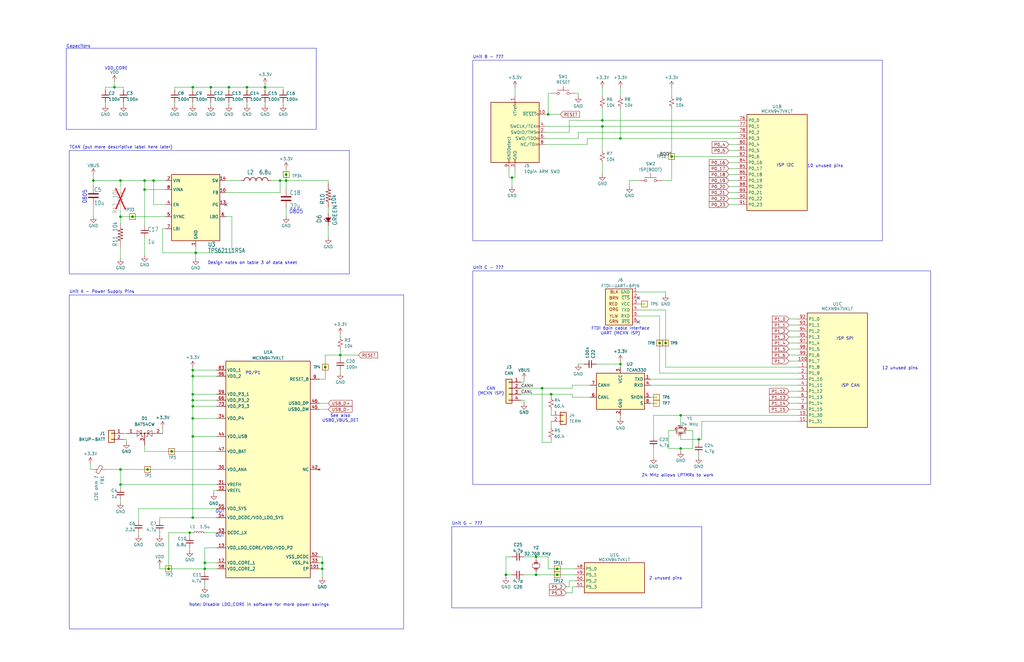
<source format=kicad_sch>
(kicad_sch (version 20250114) (generator "eeschema") (generator_version "9.0")
  (paper "B")
  (title_block (title "MCNX947KVLT Breakout") (date "2025-07-19") (rev "1.0") (company "Portland State Aerospace Society"))
  (rectangle (start 199.39 114.3) (end 392.43 204.47))
  (rectangle (start 190.5 222.25) (end 295.91 256.54))
  (rectangle (start 27.94 20.32) (end 133.35 54.61))
  (rectangle (start 29.21 124.46) (end 170.18 265.43))
  (rectangle (start 29.21 63.5) (end 147.32 115.57))
  (rectangle (start 199.39 25.4) (end 372.11 101.6))
  (text "24 MHz allows LPTMRs to work" (at 285.75 200.66 0) (effects (font (size 1.27 1.27))))
  (text "OUT" (at 92.71 226.06 0) (effects (font (size 1.27 1.27))))
  (text "10 unused pins" (at 347.98 70.104 0) (effects (font (size 1.27 1.27))))
  (text "Capacitors" (at 27.94 19.558 0) (effects (font (size 1.27 1.27)) (justify left)))
  (text "Unit G - ???" (at 190.5 220.98 0) (effects (font (size 1.27 1.27)) (justify left)))
  (text "12 unused pins" (at 379.476 155.448 0) (effects (font (size 1.27 1.27))))
  (text "FTDI 6pin cable interface\nUART (MCXN ISP)" (at 261.62 139.7 0) (effects (font (size 1.27 1.27))))
  (text "Note: Disable LDO_CORE in software for more power savings" (at 109.22 255.27 0) (effects (font (size 1.27 1.27))))
  (text "Unit B - ???" (at 199.39 24.13 0) (effects (font (size 1.27 1.27)) (justify left)))
  (text "CAN\n(MCXN ISP)" (at 207.01 165.1 0) (effects (font (size 1.27 1.27))))
  (text "0805" (at 36.83 86.106 90) (effects (font (size 1.778 1.5113)) (justify left bottom)))
  (text "ISP I2C" (at 331.216 69.85 0) (effects (font (size 1.27 1.27))))
  (text "ISP SPI" (at 356.362 143.002 0) (effects (font (size 1.27 1.27))))
  (text "Design notes on table 3 of data sheet" (at 106.426 110.998 0) (effects (font (size 1.27 1.27))))
  (text "P0/P1" (at 106.68 157.48 0) (effects (font (size 1.27 1.27))))
  (text "TCAN (put more descriptive label here later)" (at 29.21 62.23 0) (effects (font (size 1.27 1.27)) (justify left)))
  (text "See also\nUSB0_VBUS_DET" (at 143.51 176.53 0) (effects (font (size 1.27 1.27))))
  (text "Unit A - Power Supply Pins" (at 29.21 123.19 0) (effects (font (size 1.27 1.27)) (justify left)))
  (text "0805" (at 121.92 90.424 0) (effects (font (size 1.778 1.5113)) (justify left bottom)))
  (text "VDD_CORE\n" (at 49.022 28.956 0) (effects (font (size 1.27 1.27))))
  (text "ISP CAN" (at 358.648 162.814 0) (effects (font (size 1.27 1.27))))
  (text "Unit C - ???" (at 199.39 113.03 0) (effects (font (size 1.27 1.27)) (justify left)))
  (text "OUT" (at 92.71 215.9 0) (effects (font (size 1.27 1.27))))
  (text "2 unused pins" (at 280.67 244.094 0) (effects (font (size 1.27 1.27))))
  (junction (at 287.02 175.26))
  (junction (at 88.9 36.83))
  (junction (at 254 50.8))
  (junction (at 50.8 198.12))
  (junction (at 280.67 144.78))
  (junction (at 234.95 240.03))
  (junction (at 62.23 198.12))
  (junction (at 64.77 76.2))
  (junction (at 283.21 66.04))
  (junction (at 60.96 76.2))
  (junction (at 81.28 166.37))
  (junction (at 231.14 48.26))
  (junction (at 50.8 76.2))
  (junction (at 254 53.34))
  (junction (at 72.39 190.5))
  (junction (at 71.12 240.03))
  (junction (at 143.51 149.86))
  (junction (at 287.02 189.23))
  (junction (at 81.28 218.44))
  (junction (at 81.28 171.45))
  (junction (at 111.76 36.83))
  (junction (at 226.06 242.57))
  (junction (at 86.36 237.49))
  (junction (at 96.52 36.83))
  (junction (at 120.65 76.2))
  (junction (at 60.96 80.01))
  (junction (at 86.36 240.03))
  (junction (at 213.36 242.57))
  (junction (at 81.28 36.83))
  (junction (at 118.11 76.2))
  (junction (at 137.16 154.94))
  (junction (at 261.62 58.42))
  (junction (at 226.06 234.95))
  (junction (at 39.37 76.2))
  (junction (at 234.95 242.57))
  (junction (at 135.89 240.03))
  (junction (at 232.41 166.37))
  (junction (at 80.01 224.79))
  (junction (at 81.28 184.15))
  (junction (at 82.55 106.68))
  (junction (at 81.28 168.91))
  (junction (at 81.28 176.53))
  (junction (at 55.88 91.44))
  (junction (at 48.26 36.83))
  (junction (at 215.9 74.93))
  (junction (at 50.8 204.47))
  (junction (at 120.65 73.66))
  (junction (at 50.8 91.44))
  (junction (at 294.64 185.42))
  (junction (at 104.14 36.83))
  (junction (at 278.13 144.78))
  (junction (at 261.62 153.67))
  (junction (at 81.28 158.75))
  (junction (at 135.89 237.49))
  (junction (at 228.6 163.83))
  (junction (at 81.28 156.21))
  (no_connect (at 269.24 135.89))
  (no_connect (at 95.25 86.36))
  (no_connect (at 269.24 125.73))
  (wire (pts (xy 81.28 168.91) (xy 81.28 166.37)))
  (wire (pts (xy 220.98 168.91) (xy 220.98 170.18)))
  (wire (pts (xy 242.57 39.37) (xy 243.84 39.37)))
  (wire (pts (xy 274.32 162.56) (xy 336.55 162.56)))
  (wire (pts (xy 96.52 36.83) (xy 104.14 36.83)))
  (wire (pts (xy 86.36 240.03) (xy 86.36 241.3)))
  (wire (pts (xy 294.64 191.77) (xy 294.64 193.04)))
  (wire (pts (xy 88.9 36.83) (xy 96.52 36.83)))
  (wire (pts (xy 71.12 240.03) (xy 86.36 240.03)))
  (wire (pts (xy 52.07 182.88) (xy 53.34 182.88)))
  (wire (pts (xy 143.51 149.86) (xy 151.13 149.86)))
  (wire (pts (xy 118.11 76.2) (xy 120.65 76.2)) (stroke (width 0.1524)))
  (wire (pts (xy 120.65 71.12) (xy 120.65 73.66)) (stroke (width 0.1524)))
  (wire (pts (xy 68.58 180.34) (xy 68.58 182.88)))
  (wire (pts (xy 243.84 55.88) (xy 243.84 58.42)))
  (wire (pts (xy 287.02 184.15) (xy 287.02 185.42)))
  (wire (pts (xy 135.89 240.03) (xy 134.62 240.03)))
  (wire (pts (xy 67.31 218.44) (xy 81.28 218.44)))
  (wire (pts (xy 135.89 240.03) (xy 135.89 243.84)))
  (wire (pts (xy 88.9 43.18) (xy 88.9 44.45)))
  (wire (pts (xy 73.66 36.83) (xy 73.66 38.1)))
  (wire (pts (xy 269.24 123.19) (xy 280.67 123.19)))
  (wire (pts (xy 91.44 207.01) (xy 90.17 207.01)))
  (wire (pts (xy 275.59 189.23) (xy 275.59 193.04)))
  (wire (pts (xy 336.55 134.62) (xy 332.74 134.62)))
  (wire (pts (xy 269.24 133.35) (xy 278.13 133.35)))
  (wire (pts (xy 213.36 234.95) (xy 215.9 234.95)))
  (wire (pts (xy 219.71 163.83) (xy 228.6 163.83)))
  (wire (pts (xy 226.06 234.95) (xy 231.14 234.95)))
  (wire (pts (xy 240.03 247.65) (xy 240.03 245.11)))
  (wire (pts (xy 60.96 76.2) (xy 64.77 76.2)) (stroke (width 0.1524)))
  (wire (pts (xy 120.65 76.2) (xy 138.43 76.2)) (stroke (width 0.1524)))
  (wire (pts (xy 254 50.8) (xy 240.03 50.8)))
  (wire (pts (xy 254 53.34) (xy 254 63.5)))
  (wire (pts (xy 67.31 240.03) (xy 71.12 240.03)))
  (wire (pts (xy 86.36 224.79) (xy 91.44 224.79)))
  (wire (pts (xy 336.55 144.78) (xy 332.74 144.78)))
  (wire (pts (xy 39.37 88.9) (xy 39.37 91.44)))
  (wire (pts (xy 119.38 43.18) (xy 119.38 44.45)))
  (wire (pts (xy 118.11 81.28) (xy 118.11 76.2)) (stroke (width 0.1524)))
  (wire (pts (xy 44.45 36.83) (xy 48.26 36.83)))
  (wire (pts (xy 278.13 157.48) (xy 336.55 157.48)))
  (wire (pts (xy 287.02 175.26) (xy 336.55 175.26)))
  (wire (pts (xy 143.51 151.13) (xy 143.51 149.86)))
  (wire (pts (xy 111.76 36.83) (xy 111.76 38.1)))
  (wire (pts (xy 261.62 36.83) (xy 261.62 40.64)))
  (wire (pts (xy 50.8 91.44) (xy 55.88 91.44)) (stroke (width 0.1524)))
  (wire (pts (xy 336.55 149.86) (xy 332.74 149.86)))
  (wire (pts (xy 96.52 36.83) (xy 96.52 38.1)))
  (wire (pts (xy 231.14 240.03) (xy 234.95 240.03)))
  (wire (pts (xy 336.55 165.1) (xy 332.74 165.1)))
  (wire (pts (xy 229.87 48.26) (xy 231.14 48.26)))
  (wire (pts (xy 295.91 177.8) (xy 336.55 177.8)))
  (wire (pts (xy 246.38 153.67) (xy 243.84 153.67)))
  (wire (pts (xy 254 50.8) (xy 311.15 50.8)))
  (wire (pts (xy 64.77 76.2) (xy 64.77 86.36)))
  (wire (pts (xy 97.79 106.68) (xy 82.55 106.68)) (stroke (width 0.1524)))
  (wire (pts (xy 50.8 76.2) (xy 60.96 76.2)) (stroke (width 0.1524)))
  (wire (pts (xy 134.62 234.95) (xy 135.89 234.95)))
  (wire (pts (xy 81.28 158.75) (xy 81.28 156.21)))
  (wire (pts (xy 311.15 83.82) (xy 307.34 83.82)))
  (wire (pts (xy 287.02 185.42) (xy 294.64 185.42)))
  (wire (pts (xy 52.07 36.83) (xy 52.07 38.1)))
  (wire (pts (xy 80.01 224.79) (xy 71.12 224.79)))
  (wire (pts (xy 217.17 74.93) (xy 215.9 74.93)))
  (wire (pts (xy 280.67 144.78) (xy 280.67 154.94)))
  (wire (pts (xy 81.28 171.45) (xy 81.28 176.53)))
  (wire (pts (xy 294.64 185.42) (xy 295.91 185.42)))
  (wire (pts (xy 111.76 36.83) (xy 119.38 36.83)))
  (wire (pts (xy 100.33 76.2) (xy 101.6 76.2)))
  (wire (pts (xy 38.1 198.12) (xy 39.37 198.12)))
  (wire (pts (xy 269.24 128.27) (xy 271.78 128.27)))
  (wire (pts (xy 243.84 39.37) (xy 243.84 40.64)))
  (wire (pts (xy 213.36 242.57) (xy 215.9 242.57)))
  (wire (pts (xy 134.62 172.72) (xy 138.43 172.72)))
  (wire (pts (xy 254 36.83) (xy 254 40.64)))
  (wire (pts (xy 39.37 76.2) (xy 50.8 76.2)) (stroke (width 0.1524)))
  (wire (pts (xy 232.41 185.42) (xy 232.41 186.69)))
  (wire (pts (xy 336.55 152.4) (xy 332.74 152.4)))
  (wire (pts (xy 241.3 250.19) (xy 241.3 247.65)))
  (wire (pts (xy 50.8 204.47) (xy 50.8 205.74)))
  (wire (pts (xy 247.65 58.42) (xy 247.65 60.96)))
  (wire (pts (xy 86.36 231.14) (xy 86.36 237.49)))
  (wire (pts (xy 81.28 218.44) (xy 91.44 218.44)))
  (wire (pts (xy 219.71 166.37) (xy 232.41 166.37)))
  (wire (pts (xy 69.85 86.36) (xy 64.77 86.36)))
  (wire (pts (xy 95.25 91.44) (xy 97.79 91.44)) (stroke (width 0.1524)))
  (wire (pts (xy 232.41 186.69) (xy 228.6 186.69)))
  (wire (pts (xy 71.12 224.79) (xy 71.12 240.03)))
  (wire (pts (xy 311.15 73.66) (xy 307.34 73.66)))
  (wire (pts (xy 58.42 214.63) (xy 58.42 219.71)))
  (wire (pts (xy 73.66 43.18) (xy 73.66 44.45)))
  (wire (pts (xy 281.94 189.23) (xy 287.02 189.23)))
  (wire (pts (xy 80.01 231.14) (xy 80.01 232.41)))
  (wire (pts (xy 50.8 91.44) (xy 50.8 88.9)) (stroke (width 0.1524)))
  (wire (pts (xy 58.42 224.79) (xy 58.42 226.06)))
  (wire (pts (xy 261.62 153.67) (xy 261.62 154.94)))
  (wire (pts (xy 231.14 234.95) (xy 231.14 240.03)))
  (wire (pts (xy 111.76 35.56) (xy 111.76 36.83)))
  (wire (pts (xy 336.55 139.7) (xy 332.74 139.7)))
  (wire (pts (xy 226.06 242.57) (xy 234.95 242.57)))
  (wire (pts (xy 311.15 60.96) (xy 307.34 60.96)))
  (wire (pts (xy 62.23 198.12) (xy 91.44 198.12)))
  (wire (pts (xy 289.56 181.61) (xy 292.1 181.61)))
  (wire (pts (xy 229.87 53.34) (xy 254 53.34)))
  (wire (pts (xy 44.45 43.18) (xy 44.45 44.45)))
  (wire (pts (xy 96.52 43.18) (xy 96.52 44.45)))
  (wire (pts (xy 39.37 86.36) (xy 39.37 88.9)) (stroke (width 0.1524)))
  (wire (pts (xy 48.26 36.83) (xy 52.07 36.83)))
  (wire (pts (xy 55.88 91.44) (xy 69.85 91.44)))
  (wire (pts (xy 134.62 237.49) (xy 135.89 237.49)))
  (wire (pts (xy 72.39 190.5) (xy 91.44 190.5)))
  (wire (pts (xy 81.28 184.15) (xy 81.28 218.44)))
  (wire (pts (xy 292.1 189.23) (xy 287.02 189.23)))
  (wire (pts (xy 73.66 36.83) (xy 81.28 36.83)))
  (wire (pts (xy 137.16 149.86) (xy 143.51 149.86)))
  (wire (pts (xy 67.31 218.44) (xy 67.31 219.71)))
  (wire (pts (xy 60.96 187.96) (xy 60.96 190.5)))
  (wire (pts (xy 143.51 147.32) (xy 143.51 149.86)))
  (wire (pts (xy 39.37 78.74) (xy 39.37 76.2)) (stroke (width 0.1524)))
  (wire (pts (xy 52.07 43.18) (xy 52.07 44.45)))
  (wire (pts (xy 220.98 242.57) (xy 226.06 242.57)))
  (wire (pts (xy 97.79 91.44) (xy 97.79 106.68)) (stroke (width 0.1524)))
  (wire (pts (xy 120.65 76.2) (xy 120.65 73.66)) (stroke (width 0.1524)))
  (wire (pts (xy 80.01 224.79) (xy 81.28 224.79)))
  (wire (pts (xy 44.45 36.83) (xy 44.45 38.1)))
  (wire (pts (xy 336.55 170.18) (xy 332.74 170.18)))
  (wire (pts (xy 280.67 130.81) (xy 280.67 144.78)))
  (wire (pts (xy 39.37 76.2) (xy 39.37 73.66)) (stroke (width 0.1524)))
  (wire (pts (xy 138.43 87.63) (xy 138.43 90.17)))
  (wire (pts (xy 261.62 45.72) (xy 261.62 58.42)))
  (wire (pts (xy 220.98 161.29) (xy 220.98 160.02)))
  (wire (pts (xy 283.21 36.83) (xy 283.21 40.64)))
  (wire (pts (xy 281.94 181.61) (xy 281.94 189.23)))
  (wire (pts (xy 283.21 66.04) (xy 311.15 66.04)))
  (wire (pts (xy 280.67 123.19) (xy 280.67 124.46)))
  (wire (pts (xy 311.15 63.5) (xy 307.34 63.5)))
  (wire (pts (xy 278.13 133.35) (xy 278.13 144.78)))
  (wire (pts (xy 60.96 102.87) (xy 60.96 107.95)) (stroke (width 0.1524)))
  (wire (pts (xy 67.31 224.79) (xy 67.31 226.06)))
  (wire (pts (xy 241.3 162.56) (xy 248.92 162.56)))
  (wire (pts (xy 238.76 250.19) (xy 241.3 250.19)))
  (wire (pts (xy 120.65 76.2) (xy 120.65 80.01)))
  (wire (pts (xy 232.41 39.37) (xy 231.14 39.37)))
  (wire (pts (xy 91.44 231.14) (xy 86.36 231.14)))
  (wire (pts (xy 336.55 147.32) (xy 332.74 147.32)))
  (wire (pts (xy 217.17 36.83) (xy 217.17 40.64)))
  (wire (pts (xy 280.67 154.94) (xy 336.55 154.94)))
  (wire (pts (xy 81.28 176.53) (xy 91.44 176.53)))
  (wire (pts (xy 60.96 190.5) (xy 72.39 190.5)))
  (wire (pts (xy 81.28 158.75) (xy 91.44 158.75)))
  (wire (pts (xy 240.03 245.11) (xy 242.57 245.11)))
  (wire (pts (xy 220.98 234.95) (xy 226.06 234.95)))
  (wire (pts (xy 137.16 160.02) (xy 134.62 160.02)))
  (wire (pts (xy 104.14 43.18) (xy 104.14 44.45)))
  (wire (pts (xy 137.16 154.94) (xy 137.16 160.02)))
  (wire (pts (xy 232.41 172.72) (xy 232.41 175.26)))
  (wire (pts (xy 240.03 50.8) (xy 240.03 55.88)))
  (wire (pts (xy 247.65 60.96) (xy 229.87 60.96)))
  (wire (pts (xy 274.32 160.02) (xy 336.55 160.02)))
  (wire (pts (xy 295.91 185.42) (xy 295.91 177.8)))
  (wire (pts (xy 336.55 142.24) (xy 332.74 142.24)))
  (wire (pts (xy 311.15 86.36) (xy 307.34 86.36)))
  (wire (pts (xy 50.8 93.98) (xy 50.8 91.44)) (stroke (width 0.1524)))
  (wire (pts (xy 50.8 212.09) (xy 50.8 210.82)))
  (wire (pts (xy 275.59 175.26) (xy 287.02 175.26)))
  (wire (pts (xy 311.15 68.58) (xy 307.34 68.58)))
  (wire (pts (xy 60.96 80.01) (xy 60.96 95.25)))
  (wire (pts (xy 68.58 96.52) (xy 68.58 106.68)) (stroke (width 0.1524)))
  (wire (pts (xy 283.21 76.2) (xy 279.4 76.2)))
  (wire (pts (xy 231.14 39.37) (xy 231.14 48.26)))
  (wire (pts (xy 234.95 242.57) (xy 242.57 242.57)))
  (wire (pts (xy 336.55 172.72) (xy 332.74 172.72)))
  (wire (pts (xy 90.17 207.01) (xy 90.17 208.28)))
  (wire (pts (xy 254 53.34) (xy 311.15 53.34)))
  (wire (pts (xy 214.63 71.12) (xy 214.63 74.93)))
  (wire (pts (xy 274.32 167.64) (xy 276.86 167.64)))
  (wire (pts (xy 278.13 144.78) (xy 278.13 157.48)))
  (wire (pts (xy 243.84 55.88) (xy 311.15 55.88)))
  (wire (pts (xy 134.62 170.18) (xy 138.43 170.18)))
  (wire (pts (xy 81.28 171.45) (xy 81.28 168.91)))
  (wire (pts (xy 294.64 186.69) (xy 294.64 185.42)))
  (wire (pts (xy 81.28 171.45) (xy 91.44 171.45)))
  (wire (pts (xy 311.15 76.2) (xy 307.34 76.2)))
  (wire (pts (xy 287.02 189.23) (xy 287.02 190.5)))
  (wire (pts (xy 104.14 36.83) (xy 111.76 36.83)))
  (wire (pts (xy 58.42 214.63) (xy 91.44 214.63)))
  (wire (pts (xy 81.28 158.75) (xy 81.28 166.37)))
  (wire (pts (xy 284.48 181.61) (xy 281.94 181.61)))
  (wire (pts (xy 261.62 58.42) (xy 311.15 58.42)))
  (wire (pts (xy 261.62 58.42) (xy 247.65 58.42)))
  (wire (pts (xy 88.9 36.83) (xy 88.9 38.1)))
  (wire (pts (xy 95.25 81.28) (xy 118.11 81.28)) (stroke (width 0.1524)))
  (wire (pts (xy 228.6 163.83) (xy 228.6 186.69)))
  (wire (pts (xy 241.3 163.83) (xy 241.3 162.56)))
  (wire (pts (xy 135.89 234.95) (xy 135.89 237.49)))
  (wire (pts (xy 336.55 137.16) (xy 332.74 137.16)))
  (wire (pts (xy 143.51 140.97) (xy 143.51 142.24)))
  (wire (pts (xy 283.21 45.72) (xy 283.21 66.04)))
  (wire (pts (xy 219.71 161.29) (xy 220.98 161.29)))
  (wire (pts (xy 265.43 78.74) (xy 265.43 76.2)))
  (wire (pts (xy 81.28 156.21) (xy 91.44 156.21)))
  (wire (pts (xy 119.38 36.83) (xy 119.38 38.1)))
  (wire (pts (xy 81.28 166.37) (xy 91.44 166.37)))
  (wire (pts (xy 52.07 185.42) (xy 53.34 185.42)))
  (wire (pts (xy 213.36 242.57) (xy 213.36 243.84)))
  (wire (pts (xy 50.8 104.14) (xy 50.8 109.22)) (stroke (width 0.1524)))
  (wire (pts (xy 137.16 149.86) (xy 137.16 154.94)))
  (wire (pts (xy 234.95 240.03) (xy 242.57 240.03)))
  (wire (pts (xy 311.15 71.12) (xy 307.34 71.12)))
  (wire (pts (xy 104.14 36.83) (xy 104.14 38.1)))
  (wire (pts (xy 265.43 76.2) (xy 269.24 76.2)))
  (wire (pts (xy 261.62 152.4) (xy 261.62 153.67)))
  (wire (pts (xy 68.58 96.52) (xy 69.85 96.52)))
  (wire (pts (xy 287.02 179.07) (xy 287.02 175.26)))
  (wire (pts (xy 95.25 76.2) (xy 100.33 76.2)) (stroke (width 0.1524)))
  (wire (pts (xy 219.71 168.91) (xy 220.98 168.91)))
  (wire (pts (xy 81.28 184.15) (xy 91.44 184.15)))
  (wire (pts (xy 232.41 166.37) (xy 241.3 166.37)))
  (wire (pts (xy 215.9 74.93) (xy 215.9 78.74)))
  (wire (pts (xy 60.96 80.01) (xy 60.96 76.2)))
  (wire (pts (xy 120.65 87.63) (xy 120.65 91.44)) (stroke (width 0.1524)))
  (wire (pts (xy 254 68.58) (xy 254 73.66)))
  (wire (pts (xy 48.26 34.29) (xy 48.26 36.83)))
  (wire (pts (xy 81.28 176.53) (xy 81.28 184.15)))
  (wire (pts (xy 231.14 48.26) (xy 236.22 48.26)))
  (wire (pts (xy 50.8 78.74) (xy 50.8 76.2)) (stroke (width 0.1524)))
  (wire (pts (xy 228.6 163.83) (xy 241.3 163.83)))
  (wire (pts (xy 50.8 204.47) (xy 91.44 204.47)))
  (wire (pts (xy 50.8 198.12) (xy 50.8 204.47)))
  (wire (pts (xy 86.36 246.38) (xy 86.36 247.65)))
  (wire (pts (xy 81.28 36.83) (xy 88.9 36.83)))
  (wire (pts (xy 261.62 175.26) (xy 261.62 176.53)))
  (wire (pts (xy 138.43 76.2) (xy 138.43 77.47)) (stroke (width 0.1524)))
  (wire (pts (xy 283.21 66.04) (xy 283.21 76.2)))
  (wire (pts (xy 232.41 166.37) (xy 232.41 167.64)))
  (wire (pts (xy 269.24 130.81) (xy 280.67 130.81)))
  (wire (pts (xy 226.06 236.22) (xy 226.06 234.95)))
  (wire (pts (xy 81.28 36.83) (xy 81.28 38.1)))
  (wire (pts (xy 60.96 100.33) (xy 60.96 102.87)))
  (wire (pts (xy 238.76 247.65) (xy 240.03 247.65)))
  (wire (pts (xy 274.32 170.18) (xy 276.86 170.18)))
  (wire (pts (xy 229.87 58.42) (xy 243.84 58.42)))
  (wire (pts (xy 81.28 168.91) (xy 91.44 168.91)))
  (wire (pts (xy 292.1 181.61) (xy 292.1 189.23)))
  (wire (pts (xy 114.3 76.2) (xy 118.11 76.2)) (stroke (width 0.1524)))
  (wire (pts (xy 254 45.72) (xy 254 50.8)))
  (wire (pts (xy 68.58 106.68) (xy 82.55 106.68)) (stroke (width 0.1524)))
  (wire (pts (xy 138.43 95.25) (xy 138.43 100.33)) (stroke (width 0.1524)))
  (wire (pts (xy 214.63 74.93) (xy 215.9 74.93)))
  (wire (pts (xy 50.8 198.12) (xy 62.23 198.12)))
  (wire (pts (xy 232.41 177.8) (xy 232.41 180.34)))
  (wire (pts (xy 213.36 234.95) (xy 213.36 242.57)))
  (wire (pts (xy 64.77 76.2) (xy 69.85 76.2)) (stroke (width 0.1524)))
  (wire (pts (xy 81.28 154.94) (xy 81.28 156.21)))
  (wire (pts (xy 241.3 166.37) (xy 241.3 167.64)))
  (wire (pts (xy 44.45 198.12) (xy 50.8 198.12)))
  (wire (pts (xy 143.51 156.21) (xy 143.51 157.48)))
  (wire (pts (xy 275.59 175.26) (xy 275.59 184.15)))
  (wire (pts (xy 80.01 226.06) (xy 80.01 224.79)))
  (wire (pts (xy 82.55 106.68) (xy 82.55 109.22)) (stroke (width 0.1524)))
  (wire (pts (xy 86.36 240.03) (xy 86.36 237.49)))
  (wire (pts (xy 336.55 167.64) (xy 332.74 167.64)))
  (wire (pts (xy 82.55 104.14) (xy 82.55 106.68)))
  (wire (pts (xy 86.36 240.03) (xy 91.44 240.03)))
  (wire (pts (xy 240.03 55.88) (xy 229.87 55.88)))
  (wire (pts (xy 261.62 153.67) (xy 251.46 153.67)))
  (wire (pts (xy 81.28 43.18) (xy 81.28 44.45)))
  (wire (pts (xy 69.85 80.01) (xy 60.96 80.01)))
  (wire (pts (xy 86.36 237.49) (xy 91.44 237.49)))
  (wire (pts (xy 111.76 43.18) (xy 111.76 44.45)))
  (wire (pts (xy 67.31 238.76) (xy 67.31 240.03)))
  (wire (pts (xy 217.17 71.12) (xy 217.17 74.93)))
  (wire (pts (xy 241.3 247.65) (xy 242.57 247.65)))
  (wire (pts (xy 226.06 242.57) (xy 226.06 241.3)))
  (wire (pts (xy 135.89 237.49) (xy 135.89 240.03)))
  (wire (pts (xy 311.15 78.74) (xy 307.34 78.74)))
  (wire (pts (xy 311.15 81.28) (xy 307.34 81.28)))
  (wire (pts (xy 241.3 167.64) (xy 248.92 167.64)))
  (wire (pts (xy 38.1 198.12) (xy 38.1 195.58)))
  (wire (pts (xy 53.34 185.42) (xy 53.34 186.69)))
  (label "CANL" (at 219.71 166.37 0))
  (label "BOOT" (at 283.21 66.04 180))
  (label "CANH" (at 219.71 163.83 0))
  (global_label "P1_15" (shape input) (at 332.74 172.72 180) (property "Intersheetrefs" "${INTERSHEET_REFS}" (effects (hide yes))))
  (global_label "P0_19" (shape input) (at 307.34 76.2 180) (property "Intersheetrefs" "${INTERSHEET_REFS}" (effects (hide yes))))
  (global_label "P0_20" (shape input) (at 307.34 78.74 180) (property "Intersheetrefs" "${INTERSHEET_REFS}" (effects (hide yes))))
  (global_label "P1_0" (shape input) (at 332.74 134.62 180) (property "Intersheetrefs" "${INTERSHEET_REFS}" (effects (hide yes))))
  (global_label "RESET" (shape input) (at 151.13 149.86 0) (property "Intersheetrefs" "${INTERSHEET_REFS}" (effects (hide yes))))
  (global_label "P1_6" (shape input) (at 332.74 149.86 180) (property "Intersheetrefs" "${INTERSHEET_REFS}" (effects (hide yes))))
  (global_label "P0_4" (shape input) (at 307.34 60.96 180) (property "Intersheetrefs" "${INTERSHEET_REFS}" (effects (hide yes))))
  (global_label "USB_D-" (shape input) (at 138.43 172.72 0) (property "Intersheetrefs" "${INTERSHEET_REFS}" (effects (hide yes))))
  (global_label "P1_1" (shape input) (at 332.74 137.16 180) (property "Intersheetrefs" "${INTERSHEET_REFS}" (effects (hide yes))))
  (global_label "P0_23" (shape input) (at 307.34 86.36 180) (property "Intersheetrefs" "${INTERSHEET_REFS}" (effects (hide yes))))
  (global_label "P0_17" (shape input) (at 307.34 71.12 180) (property "Intersheetrefs" "${INTERSHEET_REFS}" (effects (hide yes))))
  (global_label "P1_12" (shape input) (at 332.74 165.1 180) (property "Intersheetrefs" "${INTERSHEET_REFS}" (effects (hide yes))))
  (global_label "USB_D+" (shape input) (at 138.43 170.18 0) (property "Intersheetrefs" "${INTERSHEET_REFS}" (effects (hide yes))))
  (global_label "P0_21" (shape input) (at 307.34 81.28 180) (property "Intersheetrefs" "${INTERSHEET_REFS}" (effects (hide yes))))
  (global_label "P0_5" (shape input) (at 307.34 63.5 180) (property "Intersheetrefs" "${INTERSHEET_REFS}" (effects (hide yes))))
  (global_label "P1_13" (shape input) (at 332.74 167.64 180) (property "Intersheetrefs" "${INTERSHEET_REFS}" (effects (hide yes))))
  (global_label "P0_18" (shape input) (at 307.34 73.66 180) (property "Intersheetrefs" "${INTERSHEET_REFS}" (effects (hide yes))))
  (global_label "P5_2" (shape input) (at 238.76 247.65 180) (property "Intersheetrefs" "${INTERSHEET_REFS}" (effects (hide yes))))
  (global_label "P1_5" (shape input) (at 332.74 147.32 180) (property "Intersheetrefs" "${INTERSHEET_REFS}" (effects (hide yes))))
  (global_label "P0_22" (shape input) (at 307.34 83.82 180) (property "Intersheetrefs" "${INTERSHEET_REFS}" (effects (hide yes))))
  (global_label "P1_2" (shape input) (at 332.74 139.7 180) (property "Intersheetrefs" "${INTERSHEET_REFS}" (effects (hide yes))))
  (global_label "P1_7" (shape input) (at 332.74 152.4 180) (property "Intersheetrefs" "${INTERSHEET_REFS}" (effects (hide yes))))
  (global_label "P1_3" (shape input) (at 332.74 142.24 180) (property "Intersheetrefs" "${INTERSHEET_REFS}" (effects (hide yes))))
  (global_label "RESET" (shape input) (at 236.22 48.26 0) (property "Intersheetrefs" "${INTERSHEET_REFS}" (effects (hide yes))))
  (global_label "P0_16" (shape input) (at 307.34 68.58 180) (property "Intersheetrefs" "${INTERSHEET_REFS}" (effects (hide yes))))
  (global_label "P1_14" (shape input) (at 332.74 170.18 180) (property "Intersheetrefs" "${INTERSHEET_REFS}" (effects (hide yes))))
  (global_label "P1_4" (shape input) (at 332.74 144.78 180) (property "Intersheetrefs" "${INTERSHEET_REFS}" (effects (hide yes))))
  (global_label "P5_3" (shape input) (at 238.76 250.19 180) (property "Intersheetrefs" "${INTERSHEET_REFS}" (effects (hide yes))))
  (symbol (lib_id "oresat-misc:Test-Point-0.75mm-th") (at 280.67 144.78 90) (unit 1) (exclude_from_sim yes) (in_bom no)
    (property "Reference" "TP9" (at 285.75 144.78 90) (effects (font (size 1.27 1.0795)) (justify left)))
    (property "Value" "Test-Point" (effects (hide yes)))
    (property "Footprint" "oresat-misc:TestPoint-0.75mm-th" (effects (hide yes)))
    (property "Description" "0.75 mm TH test point; good for scope probes and jumpers" (effects (hide yes)))
  )
  (symbol (lib_id "oresat-misc:Test-Point-0.75mm-th") (at 278.13 144.78 270) (mirror x) (unit 1) (exclude_from_sim yes) (in_bom no)
    (property "Reference" "TP8" (at 273.05 144.78 90) (effects (font (size 1.27 1.0795)) (justify left)))
    (property "Value" "Test-Point" (effects (hide yes)))
    (property "Footprint" "oresat-misc:TestPoint-0.75mm-th" (effects (hide yes)))
    (property "Description" "0.75 mm TH test point; good for scope probes and jumpers" (effects (hide yes)))
  )
  (symbol (lib_id "oresat-misc:Test-Point-0.75mm-th") (at 72.39 190.5 270) (unit 1) (exclude_from_sim yes) (in_bom no)
    (property "Reference" "TP3" (at 71.12 193.04 90) (effects (font (size 1.27 1.0795)) (justify left)))
    (property "Value" "Test-Point" (effects (hide yes)))
    (property "Footprint" "oresat-misc:TestPoint-0.75mm-th" (effects (hide yes)))
    (property "Description" "0.75 mm TH test point; good for scope probes and jumpers" (effects (hide yes)))
  )
  (symbol (lib_id "Device:C_Small") (at 52.07 40.64 0) (unit 1)
    (property "Reference" "C3" (at 53.34 39.37 0) (effects (justify left)))
    (property "Value" "100n" (at 53.34 41.91 0) (effects (justify left)))
    (property "Footprint" "oresat-passives:0603-B-NOSILK" (effects (hide yes)))
    (property "Description" "Unpolarized capacitor, small symbol" (effects (hide yes)))
  )
  (symbol (lib_id "oresat-misc:Test-Point-0.75mm-th") (at 276.86 170.18 0) (unit 1) (exclude_from_sim yes) (in_bom no)
    (property "Reference" "TP7" (at 279.4 170.1799 0) (effects (font (size 1.27 1.0795)) (justify left)))
    (property "Value" "Test-Point" (effects (hide yes)))
    (property "Footprint" "oresat-misc:TestPoint-0.75mm-th" (effects (hide yes)))
    (property "Description" "0.75 mm TH test point; good for scope probes and jumpers" (effects (hide yes)))
  )
  (symbol (lib_id "power:VBUS") (at 39.37 73.66 0) (unit 1)
    (property "Reference" "#PWR030" (effects (hide yes)))
    (property "Value" "VBUS" (at 39.37 69.85 0))
    (property "Description" "Power symbol creates a global label with name \"VBUS\"" (effects (hide yes)))
  )
  (symbol (lib_id "power:GND") (at 261.62 176.53 0) (unit 1)
    (property "Reference" "#PWR042" (effects (hide yes)))
    (property "Value" "GND" (at 261.62 180.6631 0))
    (property "Description" "Power symbol creates a global label with name \"GND\" , ground" (effects (hide yes)))
  )
  (symbol (lib_id "Device:R_Small_US") (at 254 43.18 180) (unit 1)
    (property "Reference" "R6" (at 255.651 41.9678 0) (effects (justify right)))
    (property "Value" "10k" (at 255.651 44.3921 0) (effects (justify right)))
    (property "Footprint" "oresat-passives:0603-B-NOSILK" (effects (hide yes)))
    (property "Description" "Resistor, small US symbol" (effects (hide yes)))
  )
  (symbol (lib_id "oresat-passives:L_BIG") (at 107.95 76.2 90) (unit 1)
    (property "Reference" "L2" (at 104.14 73.66 90) (effects (font (size 1.778 1.5113)) (justify right top)))
    (property "Value" "6.8u" (at 109.22 73.66 90) (effects (font (size 1.778 1.5113)) (justify right top)))
    (property "Footprint" "oresat-passives:L_ECS-MPI4040" (effects (hide yes)))
    (property "Datasheet" "https://ecsxtal.com/store/pdf/ECS-MPI4040.pdf" (effects (hide yes)))
    (property "Description" "Inductor_big-symbol" (effects (hide yes)))
    (property "DIS" "Digi-Key" (effects (hide yes)))
    (property "DPN" "XC2337CT-ND" (effects (hide yes)))
    (property "MFR" "ECS" (effects (hide yes)))
    (property "MPN" "ECS-MPI4040R4-6R8-R" (effects (hide yes)))
  )
  (symbol (lib_id "power:GND") (at 90.17 208.28 0) (unit 1)
    (property "Reference" "#PWR023" (effects (hide yes)))
    (property "Value" "GND" (at 90.17 212.4131 0))
    (property "Description" "Power symbol creates a global label with name \"GND\" , ground" (effects (hide yes)))
  )
  (symbol (lib_id "power:GND") (at 58.42 226.06 0) (mirror y) (unit 1)
    (property "Reference" "#PWR010" (effects (hide yes)))
    (property "Value" "GND" (at 58.42 229.87 0))
    (property "Description" "Power symbol creates a global label with name \"GND\" , ground" (effects (hide yes)))
  )
  (symbol (lib_id "Device:C_Small") (at 67.31 222.25 0) (mirror y) (unit 1)
    (property "Reference" "C7" (at 66.04 220.98 0) (effects (justify left)))
    (property "Value" "4.7u" (at 66.04 223.52 0) (effects (justify left)))
    (property "Footprint" "oresat-passives:0603-B-NOSILK" (effects (hide yes)))
    (property "Description" "Unpolarized capacitor, small symbol" (effects (hide yes)))
  )
  (symbol (lib_id "Device:C_Small") (at 80.01 228.6 0) (mirror y) (unit 1)
    (property "Reference" "C10" (at 78.74 227.33 0) (effects (justify left)))
    (property "Value" "6.8u" (at 78.74 229.87 0) (effects (justify left)))
    (property "Footprint" "oresat-passives:0603-B-NOSILK" (effects (hide yes)))
    (property "Description" "Unpolarized capacitor, small symbol" (effects (hide yes)))
  )
  (symbol (lib_id "power:GND") (at 60.96 107.95 0) (unit 1)
    (property "Reference" "#GND068" (effects (hide yes)))
    (property "Value" "GND" (at 60.96 111.76 0))
    (property "Description" "Power symbol creates a global label with name \"GND\" , ground" (effects (hide yes)))
  )
  (symbol (lib_id "power:GND") (at 265.43 78.74 0) (unit 1)
    (property "Reference" "#PWR047" (effects (hide yes)))
    (property "Value" "GND" (at 265.43 82.55 0))
    (property "Description" "Power symbol creates a global label with name \"GND\" , ground" (effects (hide yes)))
  )
  (symbol (lib_id "Device:C") (at 39.37 82.55 0) (unit 1)
    (property "Reference" "C5" (at 39.624 81.026 0) (effects (font (size 1.778 1.5113)) (justify left bottom)))
    (property "Value" "10u" (at 39.624 86.614 0) (effects (font (size 1.778 1.5113)) (justify left bottom)))
    (property "Footprint" "oresat-passives:0805-B-NOSILK" (effects (hide yes)))
    (property "Description" "Unpolarized capacitor" (effects (hide yes)))
    (property "DIS" "Digi-Key" (effects (hide yes)))
    (property "DPN" "1276-6472-1-ND" (effects (hide yes)))
    (property "MFR" "Samsung" (effects (hide yes)))
    (property "MPN" "CL21B106KOQNNNG" (effects (hide yes)))
  )
  (symbol (lib_id "Device:C_Small") (at 81.28 40.64 0) (unit 1)
    (property "Reference" "C9" (at 82.55 39.37 0) (effects (justify left)))
    (property "Value" "100n" (at 82.55 41.91 0) (effects (justify left)))
    (property "Footprint" "oresat-passives:0603-B-NOSILK" (effects (hide yes)))
    (property "Description" "Unpolarized capacitor, small symbol" (effects (hide yes)))
  )
  (symbol (lib_id "power:GND") (at 82.55 109.22 0) (unit 1)
    (property "Reference" "#GND067" (effects (hide yes)))
    (property "Value" "GND" (at 82.55 113.03 0))
    (property "Description" "Power symbol creates a global label with name \"GND\" , ground" (effects (hide yes)))
  )
  (symbol (lib_id "Connector:Conn_ARM_JTAG_SWD_10") (at 217.17 55.88 0) (unit 1)
    (property "Reference" "J5" (at 220.98 69.85 0) (effects (justify left)))
    (property "Value" "10pin ARM SWD" (at 220.98 72.39 0) (effects (justify left)))
    (property "Footprint" "Connector_PinHeader_1.27mm:PinHeader_2x05_P1.27mm_Vertical" (effects (hide yes)))
    (property "Datasheet" "http://infocenter.arm.com/help/topic/com.arm.doc.ddi0314h/DDI0314H_coresight_components_trm.pdf" (effects (hide yes)))
    (property "Description" "Cortex Debug Connector, standard ARM Cortex-M SWD and JTAG interface" (effects (hide yes)))
  )
  (symbol (lib_id "oresat-misc:Test-Point-0.75mm-th") (at 137.16 154.94 270) (unit 1) (exclude_from_sim yes) (in_bom no)
    (property "Reference" "TP4" (at 132.08 154.94 90) (effects (font (size 1.27 1.0795)) (justify left)))
    (property "Value" "Test-Point" (effects (hide yes)))
    (property "Footprint" "oresat-misc:TestPoint-0.75mm-th" (effects (hide yes)))
    (property "Description" "0.75 mm TH test point; good for scope probes and jumpers" (effects (hide yes)))
  )
  (symbol (lib_id "Connector_Generic:Conn_01x02") (at 237.49 175.26 0) (unit 1)
    (property "Reference" "J4" (at 240.03 175.2599 0) (effects (justify left)))
    (property "Value" "TERM" (at 240.03 177.7999 0) (effects (justify left)))
    (property "Footprint" "Connector_PinHeader_2.54mm:PinHeader_1x02_P2.54mm_Vertical" (effects (hide yes)))
    (property "Description" "Generic connector, single row, 01x02, script generated (kicad-library-utils/schlib/autogen/connector/)" (effects (hide yes)))
  )
  (symbol (lib_id "power:GND") (at 73.66 44.45 0) (unit 1)
    (property "Reference" "#PWR016" (effects (hide yes)))
    (property "Value" "GND" (at 73.66 48.26 0))
    (property "Description" "Power symbol creates a global label with name \"GND\" , ground" (effects (hide yes)))
  )
  (symbol (lib_id "Device:R_Small_US") (at 232.41 170.18 180) (unit 1)
    (property "Reference" "R4" (at 233.68 168.91 0) (effects (justify right)))
    (property "Value" "60.4" (at 233.68 171.45 0) (effects (justify right)))
    (property "Footprint" "oresat-passives:0603-B-NOSILK" (effects (hide yes)))
    (property "Description" "Resistor, small US symbol" (effects (hide yes)))
  )
  (symbol (lib_id "oresat-ics:TPS6211X") (at 82.55 83.82 0) (unit 1)
    (property "Reference" "U3" (at 87.63 104.14 0) (effects (font (size 1.778 1.5113)) (justify left bottom)))
    (property "Value" "TPS62111RSA" (at 87.63 106.68 0) (effects (font (size 1.778 1.5113)) (justify left bottom)))
    (property "Footprint" "Package_DFN_QFN:Texas_RSA_VQFN-16-1EP_4x4mm_P0.65mm_EP2.7x2.7mm" (effects (hide yes)))
    (property "Datasheet" "https://www.ti.com/lit/ds/symlink/tps62110.pdf?ts=1752185757661&ref_url=https%253A%252F%252Fwww.google.com%252F" (effects (hide yes)))
    (property "DIS" "Digi-Key" (effects (hide yes)))
    (property "DPN" "296-37681-2-ND" (effects (hide yes)))
    (property "MFR" "Texas Instruments" (effects (hide yes)))
    (property "MPN" "TPS62111RSA" (effects (hide yes)))
  )
  (symbol (lib_id "Device:C_Small") (at 88.9 40.64 0) (unit 1)
    (property "Reference" "C12" (at 90.17 39.37 0) (effects (justify left)))
    (property "Value" "100n" (at 90.17 41.91 0) (effects (justify left)))
    (property "Footprint" "oresat-passives:0603-B-NOSILK" (effects (hide yes)))
    (property "Description" "Unpolarized capacitor, small symbol" (effects (hide yes)))
  )
  (symbol (lib_id "oresat-misc:Test-Point-0.75mm-th") (at 55.88 91.44 0) (unit 1) (in_bom no)
    (property "Reference" "TP33" (at 52.578 89.154 0) (effects (font (size 1.27 1.0795)) (justify left bottom)))
    (property "Value" "Test-Point" (effects (hide yes)))
    (property "Footprint" "oresat-misc:TestPoint-0.75mm-th" (effects (hide yes)))
    (property "Description" "0.75 mm TH test point; good for scope probes and jumpers" (effects (hide yes)))
  )
  (symbol (lib_id "power:VDD") (at 67.31 238.76 0) (unit 1)
    (property "Reference" "#PWR012" (effects (hide yes)))
    (property "Value" "VDD" (at 67.31 234.95 0))
    (property "Description" "Power symbol creates a global label with name \"VDD\"" (effects (hide yes)))
  )
  (symbol (lib_id "Device:R_Small_US") (at 143.51 144.78 180) (unit 1)
    (property "Reference" "R3" (at 145.161 143.5678 0) (effects (justify right)))
    (property "Value" "10k" (at 145.161 145.9921 0) (effects (justify right)))
    (property "Footprint" "oresat-passives:0603-B-NOSILK" (effects (hide yes)))
    (property "Description" "Resistor, small US symbol" (effects (hide yes)))
  )
  (symbol (lib_id "power:GND") (at 120.65 91.44 0) (mirror y) (unit 1)
    (property "Reference" "#GND070" (effects (hide yes)))
    (property "Value" "GND" (at 120.65 95.25 0))
    (property "Description" "Power symbol creates a global label with name \"GND\" , ground" (effects (hide yes)))
  )
  (symbol (lib_id "Device:C_Small") (at 44.45 40.64 0) (unit 1)
    (property "Reference" "C2" (at 45.72 39.37 0) (effects (justify left)))
    (property "Value" "100n" (at 45.72 41.91 0) (effects (justify left)))
    (property "Footprint" "oresat-passives:0603-B-NOSILK" (effects (hide yes)))
    (property "Description" "Unpolarized capacitor, small symbol" (effects (hide yes)))
  )
  (symbol (lib_id "power:GND") (at 287.02 190.5 0) (unit 1)
    (property "Reference" "#PWR050" (effects (hide yes)))
    (property "Value" "GND" (at 287.02 194.31 0))
    (property "Description" "Power symbol creates a global label with name \"GND\" , ground" (effects (hide yes)))
  )
  (symbol (lib_id "Device:C_Small") (at 111.76 40.64 0) (unit 1)
    (property "Reference" "C15" (at 113.03 39.37 0) (effects (justify left)))
    (property "Value" "100n" (at 113.03 41.91 0) (effects (justify left)))
    (property "Footprint" "oresat-passives:0603-B-NOSILK" (effects (hide yes)))
    (property "Description" "Unpolarized capacitor, small symbol" (effects (hide yes)))
  )
  (symbol (lib_id "power:GND") (at 215.9 78.74 0) (unit 1)
    (property "Reference" "#PWR038" (effects (hide yes)))
    (property "Value" "GND" (at 215.9 82.55 0))
    (property "Description" "Power symbol creates a global label with name \"GND\" , ground" (effects (hide yes)))
  )
  (symbol (lib_id "power:GND") (at 119.38 44.45 0) (unit 1)
    (property "Reference" "#PWR028" (effects (hide yes)))
    (property "Value" "GND" (at 119.38 48.26 0))
    (property "Description" "Power symbol creates a global label with name \"GND\" , ground" (effects (hide yes)))
  )
  (symbol (lib_id "oresat-passives:R-US") (at 50.8 99.06 90) (unit 1)
    (property "Reference" "R11" (at 49.53 104.14 0) (effects (font (size 1.778 1.5113)) (justify left bottom)))
    (property "Value" "10k" (at 49.53 97.79 0) (effects (font (size 1.778 1.5113)) (justify left bottom)))
    (property "Footprint" "oresat-passives:0603-C-NOSILK" (effects (hide yes)))
    (property "DIS" "Digi-Key" (effects (hide yes)))
    (property "DPN" "1276-4275-1-ND" (effects (hide yes)))
    (property "MFR" "Samsung" (effects (hide yes)))
    (property "MPN" "RC1005F6653CS" (effects (hide yes)))
  )
  (symbol (lib_id "power:+3.3V") (at 283.21 36.83 0) (unit 1)
    (property "Reference" "#PWR051" (effects (hide yes)))
    (property "Value" "+3.3V" (at 283.21 32.6969 0))
    (property "Description" "Power symbol creates a global label with name \"+3.3V\"" (effects (hide yes)))
  )
  (symbol (lib_id "Device:C_Small") (at 58.42 222.25 0) (mirror y) (unit 1)
    (property "Reference" "C6" (at 57.15 220.98 0) (effects (justify left)))
    (property "Value" "2.2u" (at 57.15 223.52 0) (effects (justify left)))
    (property "Footprint" "oresat-passives:0603-B-NOSILK" (effects (hide yes)))
    (property "Description" "Unpolarized capacitor, small symbol" (effects (hide yes)))
  )
  (symbol (lib_id "oresat-ics:MCXN947VKLT") (at 327.66 68.58 0) (unit 2)
    (property "Reference" "U1" (at 327.66 44.958 0))
    (property "Value" "MCXN947VKLT" (at 327.66 46.99 0))
    (property "Footprint" "oresat-ics:MCXN947KVLT-QFP50P1600X1600X160-101N" (effects (hide yes)))
    (property "Datasheet" "https://www.nxp.com/docs/en/data-sheet/MCXNx4xDS.pdf" (effects (hide yes)))
    (property "Description" "ARM Microcontrollers - MCU MCXN10, 100HLQFP (also MCXN947VNLT)" (effects (hide yes)))
    (property "MFR" "NXP" (effects (hide yes)))
    (property "MPN" "MCXN947VKLT" (effects (hide yes)))
  )
  (symbol (lib_id "Interface_CAN_LIN:TCAN330") (at 261.62 165.1 0) (mirror y) (unit 1)
    (property "Reference" "U2" (at 264.16 153.67 0) (effects (justify right)))
    (property "Value" "TCAN330" (at 264.16 156.21 0) (effects (justify right)))
    (property "Footprint" "Package_TO_SOT_SMD:SOT-23-8" (effects (hide yes)))
    (property "Datasheet" "http://www.ti.com/lit/ds/symlink/tcan337.pdf" (effects (hide yes)))
    (property "Description" "High-Speed CAN Transceiver, 1Mbps, 3.3V supply, silent mode, shutdown mode, SOT-23-8/SOIC-8" (effects (hide yes)))
  )
  (symbol (lib_id "power:+3.3V") (at 68.58 180.34 0) (unit 1)
    (property "Reference" "#PWR013" (effects (hide yes)))
    (property "Value" "+3.3V" (at 68.58 176.2069 0))
    (property "Description" "Power symbol creates a global label with name \"+3.3V\"" (effects (hide yes)))
  )
  (symbol (lib_id "power:GND") (at 243.84 153.67 0) (mirror y) (unit 1)
    (property "Reference" "#PWR040" (effects (hide yes)))
    (property "Value" "GND" (at 243.84 157.8031 0))
    (property "Description" "Power symbol creates a global label with name \"GND\" , ground" (effects (hide yes)))
  )
  (symbol (lib_id "oresat-misc:Test-Point-0.75mm-th") (at 62.23 198.12 270) (unit 1) (exclude_from_sim yes) (in_bom no)
    (property "Reference" "TP1" (at 60.96 200.66 90) (effects (font (size 1.27 1.0795)) (justify left)))
    (property "Value" "Test-Point" (effects (hide yes)))
    (property "Footprint" "oresat-misc:TestPoint-0.75mm-th" (effects (hide yes)))
    (property "Description" "0.75 mm TH test point; good for scope probes and jumpers" (effects (hide yes)))
  )
  (symbol (lib_id "power:+3.3V") (at 261.62 152.4 0) (unit 1)
    (property "Reference" "#PWR041" (effects (hide yes)))
    (property "Value" "+3.3V" (at 261.62 148.2669 0))
    (property "Description" "Power symbol creates a global label with name \"+3.3V\"" (effects (hide yes)))
  )
  (symbol (lib_id "power:GND") (at 138.43 100.33 0) (mirror y) (unit 1)
    (property "Reference" "#GND05" (effects (hide yes)))
    (property "Value" "GND" (at 138.43 104.14 0))
    (property "Description" "Power symbol creates a global label with name \"GND\" , ground" (effects (hide yes)))
  )
  (symbol (lib_id "Device:FerriteBead_Small") (at 41.91 198.12 90) (unit 1)
    (property "Reference" "FB1" (at 43.142 200.66 0) (effects (justify right)))
    (property "Value" "120 ohm ?" (at 40.602 200.66 0) (effects (justify right)))
    (property "Footprint" "oresat-passives:0805-B-NOSILK" (effects (hide yes)))
    (property "Description" "Ferrite bead, small symbol" (effects (hide yes)))
  )
  (symbol (lib_id "Device:C_Small") (at 294.64 189.23 0) (unit 1)
    (property "Reference" "C24" (at 296.9641 188.0241 0) (effects (justify left)))
    (property "Value" "4.7p" (at 296.9641 190.4484 0) (effects (justify left)))
    (property "Footprint" "oresat-passives:0603-B-NOSILK" (effects (hide yes)))
    (property "Description" "Unpolarized capacitor, small symbol" (effects (hide yes)))
  )
  (symbol (lib_id "oresat-ics:MCXN947VKLT") (at 259.08 243.84 0) (unit 7)
    (property "Reference" "U1" (at 259.08 234.188 0))
    (property "Value" "MCXN947VKLT" (at 259.08 236.22 0))
    (property "Footprint" "oresat-ics:MCXN947KVLT-QFP50P1600X1600X160-101N" (effects (hide yes)))
    (property "Datasheet" "https://www.nxp.com/docs/en/data-sheet/MCXNx4xDS.pdf" (effects (hide yes)))
    (property "Description" "ARM Microcontrollers - MCU MCXN10, 100HLQFP (also MCXN947VNLT)" (effects (hide yes)))
    (property "MFR" "NXP" (effects (hide yes)))
    (property "MPN" "MCXN947VKLT" (effects (hide yes)))
    (pin "77" (alternate "TCLK/SWCLK"))
    (pin "79" (alternate "TDI "))
    (pin "76" (alternate "TMS/SWDIO "))
    (pin "78" (alternate "TDO/SWO "))
    (pin "82" (alternate "ISPMODE_N"))
  )
  (symbol (lib_id "Device:C_Small") (at 86.36 243.84 0) (mirror y) (unit 1)
    (property "Reference" "C11" (at 85.09 242.57 0) (effects (justify left)))
    (property "Value" "4.7u" (at 85.09 245.11 0) (effects (justify left)))
    (property "Footprint" "oresat-passives:0603-B-NOSILK" (effects (hide yes)))
    (property "Description" "Unpolarized capacitor, small symbol" (effects (hide yes)))
  )
  (symbol (lib_id "Device:C_Small") (at 50.8 208.28 0) (mirror y) (unit 1)
    (property "Reference" "C4" (at 49.53 207.01 0) (effects (justify left)))
    (property "Value" "1u" (at 49.53 209.55 0) (effects (justify left)))
    (property "Footprint" "oresat-passives:0603-B-NOSILK" (effects (hide yes)))
    (property "Description" "Unpolarized capacitor, small symbol" (effects (hide yes)))
  )
  (symbol (lib_id "Device:LED_Small_Filled") (at 138.43 92.71 90) (unit 1)
    (property "Reference" "D6" (at 135.636 94.234 0) (effects (font (size 1.778 1.778)) (justify left bottom)))
    (property "Value" "GREEN" (at 140.208 95.25 0) (effects (font (size 1.778 1.778)) (justify left top)))
    (property "Footprint" "LED_SMD:LED_0603_1608Metric" (effects (hide yes)))
    (property "Description" "Light emitting diode, small symbol, filled shape" (effects (hide yes)))
    (property "DIS" "Digi-Key" (effects (hide yes)))
    (property "DPN" "511-1584-1-ND" (effects (hide yes)))
    (property "MFR" "Rohm" (effects (hide yes)))
    (property "MPN" "SML-E12M8WT86" (effects (hide yes)))
    (property "Sim.Device" "D" (effects (hide yes)))
    (property "Sim.Pins" "1=K 2=A" (effects (hide yes)))
  )
  (symbol (lib_id "power:VDD") (at 48.26 34.29 0) (unit 1)
    (property "Reference" "#PWR05" (effects (hide yes)))
    (property "Value" "VDD" (at 48.26 30.48 0))
    (property "Description" "Power symbol creates a global label with name \"VDD\"" (effects (hide yes)))
  )
  (symbol (lib_id "power:GND") (at 96.52 44.45 0) (unit 1)
    (property "Reference" "#PWR024" (effects (hide yes)))
    (property "Value" "GND" (at 96.52 48.26 0))
    (property "Description" "Power symbol creates a global label with name \"GND\" , ground" (effects (hide yes)))
  )
  (symbol (lib_id "power:GND") (at 81.28 44.45 0) (unit 1)
    (property "Reference" "#PWR018" (effects (hide yes)))
    (property "Value" "GND" (at 81.28 48.26 0))
    (property "Description" "Power symbol creates a global label with name \"GND\" , ground" (effects (hide yes)))
  )
  (symbol (lib_id "power:GND") (at 67.31 226.06 0) (unit 1)
    (property "Reference" "#PWR011" (effects (hide yes)))
    (property "Value" "GND" (at 67.31 229.87 0))
    (property "Description" "Power symbol creates a global label with name \"GND\" , ground" (effects (hide yes)))
  )
  (symbol (lib_id "Device:Crystal_GND24_Small") (at 287.02 181.61 90) (unit 1)
    (property "Reference" "Y1" (at 290.83 176.53 90))
    (property "Value" "24 MHz" (at 290.83 179.07 90))
    (property "Footprint" "Crystal:Crystal_SMD_2016-4Pin_2.0x1.6mm" (effects (hide yes)))
    (property "Description" "Four pin crystal, GND on pins 2 and 4, small symbol" (effects (hide yes)))
    (property "MFR" "Wurth" (effects (hide yes)))
    (property "MPN" "830108212309" (effects (hide yes)))
  )
  (symbol (lib_id "power:GND") (at 111.76 44.45 0) (unit 1)
    (property "Reference" "#PWR027" (effects (hide yes)))
    (property "Value" "GND" (at 111.76 48.26 0))
    (property "Description" "Power symbol creates a global label with name \"GND\" , ground" (effects (hide yes)))
  )
  (symbol (lib_id "power:GND") (at 39.37 91.44 0) (unit 1)
    (property "Reference" "#GND069" (effects (hide yes)))
    (property "Value" "GND" (at 39.37 95.25 0))
    (property "Description" "Power symbol creates a global label with name \"GND\" , ground" (effects (hide yes)))
  )
  (symbol (lib_id "oresat-misc:Test-Point-0.75mm-th") (at 120.65 73.66 0) (unit 1) (in_bom no)
    (property "Reference" "TP34" (at 123.19 74.93 0) (effects (font (size 1.27 1.0795)) (justify left bottom)))
    (property "Value" "Test-Point" (effects (hide yes)))
    (property "Footprint" "oresat-misc:TestPoint-0.75mm-th" (effects (hide yes)))
    (property "Description" "0.75 mm TH test point; good for scope probes and jumpers" (effects (hide yes)))
  )
  (symbol (lib_id "Device:C_Small") (at 96.52 40.64 0) (unit 1)
    (property "Reference" "C13" (at 97.79 39.37 0) (effects (justify left)))
    (property "Value" "100n" (at 97.79 41.91 0) (effects (justify left)))
    (property "Footprint" "oresat-passives:0603-B-NOSILK" (effects (hide yes)))
    (property "Description" "Unpolarized capacitor, small symbol" (effects (hide yes)))
  )
  (symbol (lib_id "power:GND") (at 104.14 44.45 0) (unit 1)
    (property "Reference" "#PWR025" (effects (hide yes)))
    (property "Value" "GND" (at 104.14 48.26 0))
    (property "Description" "Power symbol creates a global label with name \"GND\" , ground" (effects (hide yes)))
  )
  (symbol (lib_id "oresat-passives:R-US") (at 138.43 82.55 90) (unit 1)
    (property "Reference" "R10" (at 136.9314 86.36 0) (effects (font (size 1.778 1.5113)) (justify left bottom)))
    (property "Value" "10k" (at 141.732 86.36 0) (effects (font (size 1.778 1.5113)) (justify left bottom)))
    (property "Footprint" "oresat-passives:0603-C-NOSILK" (effects (hide yes)))
    (property "DIS" "Digi-Key" (effects (hide yes)))
    (property "DPN" "P2.7KDBCT-ND" (effects (hide yes)))
    (property "MFR" "Panasonic" (effects (hide yes)))
    (property "MPN" "ERA-3AEB272V" (effects (hide yes)))
  )
  (symbol (lib_id "power:GND") (at 220.98 170.18 0) (unit 1)
    (property "Reference" "#PWR037" (effects (hide yes)))
    (property "Value" "GND" (at 220.98 173.99 0))
    (property "Description" "Power symbol creates a global label with name \"GND\" , ground" (effects (hide yes)))
  )
  (symbol (lib_id "oresat-misc:Test-Point-0.75mm-th") (at 276.86 167.64 0) (unit 1) (exclude_from_sim yes) (in_bom no)
    (property "Reference" "TP6" (at 279.4 167.6399 0) (effects (font (size 1.27 1.0795)) (justify left)))
    (property "Value" "Test-Point" (effects (hide yes)))
    (property "Footprint" "oresat-misc:TestPoint-0.75mm-th" (effects (hide yes)))
    (property "Description" "0.75 mm TH test point; good for scope probes and jumpers" (effects (hide yes)))
  )
  (symbol (lib_id "Device:C_Small") (at 73.66 40.64 0) (unit 1)
    (property "Reference" "C8" (at 74.93 39.37 0) (effects (justify left)))
    (property "Value" "100n" (at 74.93 41.91 0) (effects (justify left)))
    (property "Footprint" "oresat-passives:0603-B-NOSILK" (effects (hide yes)))
    (property "Description" "Unpolarized capacitor, small symbol" (effects (hide yes)))
  )
  (symbol (lib_id "power:+3.3V") (at 217.17 36.83 0) (unit 1)
    (property "Reference" "#PWR039" (effects (hide yes)))
    (property "Value" "+3.3V" (at 217.17 32.6969 0))
    (property "Description" "Power symbol creates a global label with name \"+3.3V\"" (effects (hide yes)))
  )
  (symbol (lib_id "Device:C_Small") (at 143.51 153.67 0) (unit 1)
    (property "Reference" "C20" (at 145.8341 152.4641 0) (effects (justify left)))
    (property "Value" "100n" (at 145.8341 154.8884 0) (effects (justify left)))
    (property "Footprint" "oresat-passives:0603-B-NOSILK" (effects (hide yes)))
    (property "Description" "Unpolarized capacitor, small symbol" (effects (hide yes)))
  )
  (symbol (lib_id "power:GND") (at 50.8 109.22 0) (unit 1)
    (property "Reference" "#GND071" (effects (hide yes)))
    (property "Value" "GND" (at 50.8 113.03 0))
    (property "Description" "Power symbol creates a global label with name \"GND\" , ground" (effects (hide yes)))
  )
  (symbol (lib_id "Device:C_Small") (at 275.59 186.69 0) (unit 1)
    (property "Reference" "C23" (at 277.9141 185.4841 0) (effects (justify left)))
    (property "Value" "4.7p" (at 277.9141 187.9084 0) (effects (justify left)))
    (property "Footprint" "oresat-passives:0603-B-NOSILK" (effects (hide yes)))
    (property "Description" "Unpolarized capacitor, small symbol" (effects (hide yes)))
  )
  (symbol (lib_id "Diode:BAT54CW") (at 60.96 182.88 0) (unit 1)
    (property "Reference" "D1" (at 60.96 176.53 0))
    (property "Value" "BAT54CW" (at 60.96 179.07 0))
    (property "Footprint" "oresat-passives:PAT0816(0603)" (effects (hide yes)))
    (property "Datasheet" "https://assets.nexperia.com/documents/data-sheet/BAT54W_SER.pdf" (effects (hide yes)))
    (property "Description" "Dual schottky barrier diode, common cathode, SOT-323" (effects (hide yes)))
  )
  (symbol (lib_id "Device:C") (at 120.65 83.82 0) (unit 1)
    (property "Reference" "C18" (at 122.174 82.296 0) (effects (font (size 1.778 1.5113)) (justify left bottom)))
    (property "Value" "22u" (at 122.174 87.884 0) (effects (font (size 1.778 1.5113)) (justify left bottom)))
    (property "Footprint" "oresat-passives:0805-B-NOSILK" (effects (hide yes)))
    (property "Description" "Unpolarized capacitor" (effects (hide yes)))
    (property "DIS" "Digi-Key" (effects (hide yes)))
    (property "DPN" "490-9959-1-ND" (effects (hide yes)))
    (property "MFR" "Murata" (effects (hide yes)))
    (property "MPN" "GRM21BD71A226ME44L" (effects (hide yes)))
  )
  (symbol (lib_id "power:GND") (at 213.36 243.84 0) (unit 1)
    (property "Reference" "#PWR053" (effects (hide yes)))
    (property "Value" "GND" (at 213.36 247.65 0))
    (property "Description" "Power symbol creates a global label with name \"GND\" , ground" (effects (hide yes)))
  )
  (symbol (lib_id "oresat-ics:MCXN947VKLT") (at 113.03 198.12 0) (unit 1)
    (property "Reference" "U1" (at 113.03 148.59 0))
    (property "Value" "MCXN947VKLT" (at 113.03 151.13 0))
    (property "Footprint" "oresat-ics:MCXN947KVLT-QFP50P1600X1600X160-101N" (effects (hide yes)))
    (property "Datasheet" "https://www.nxp.com/docs/en/data-sheet/MCXNx4xDS.pdf" (effects (hide yes)))
    (property "Description" "ARM Microcontrollers - MCU MCXN10, 100HLQFP (also MCXN947VNLT)" (effects (hide yes)))
    (property "MFR" "NXP" (effects (hide yes)))
    (property "MPN" "MCXN947VKLT" (effects (hide yes)))
    (pin "77" (alternate "TCLK/SWCLK"))
    (pin "79" (alternate "TDI "))
    (pin "76" (alternate "TMS/SWDIO "))
    (pin "78" (alternate "TDO/SWO "))
    (pin "82" (alternate "ISPMODE_N"))
  )
  (symbol (lib_id "power:GND") (at 243.84 40.64 0) (unit 1)
    (property "Reference" "#PWR043" (effects (hide yes)))
    (property "Value" "GND" (at 243.84 44.7731 0))
    (property "Description" "Power symbol creates a global label with name \"GND\" , ground" (effects (hide yes)))
  )
  (symbol (lib_id "Device:C_Small") (at 104.14 40.64 0) (unit 1)
    (property "Reference" "C14" (at 105.41 39.37 0) (effects (justify left)))
    (property "Value" "100n" (at 105.41 41.91 0) (effects (justify left)))
    (property "Footprint" "oresat-passives:0603-B-NOSILK" (effects (hide yes)))
    (property "Description" "Unpolarized capacitor, small symbol" (effects (hide yes)))
  )
  (symbol (lib_id "power:GND") (at 275.59 193.04 0) (unit 1)
    (property "Reference" "#PWR044" (effects (hide yes)))
    (property "Value" "GND" (at 275.59 196.85 0))
    (property "Description" "Power symbol creates a global label with name \"GND\" , ground" (effects (hide yes)))
  )
  (symbol (lib_id "power:GND") (at 143.51 157.48 0) (unit 1)
    (property "Reference" "#PWR034" (effects (hide yes)))
    (property "Value" "GND" (at 143.51 161.29 0))
    (property "Description" "Power symbol creates a global label with name \"GND\" , ground" (effects (hide yes)))
  )
  (symbol (lib_id "power:GND") (at 52.07 44.45 0) (unit 1)
    (property "Reference" "#PWR06" (effects (hide yes)))
    (property "Value" "GND" (at 52.07 48.26 0))
    (property "Description" "Power symbol creates a global label with name \"GND\" , ground" (effects (hide yes)))
  )
  (symbol (lib_id "oresat-misc:Test-Point-0.75mm-th") (at 283.21 66.04 270) (mirror x) (unit 1) (exclude_from_sim yes) (in_bom no)
    (property "Reference" "TP10" (at 276.86 66.04 90) (effects (font (size 1.27 1.0795)) (justify left)))
    (property "Value" "Test-Point" (effects (hide yes)))
    (property "Footprint" "oresat-misc:TestPoint-0.75mm-th" (effects (hide yes)))
    (property "Description" "0.75 mm TH test point; good for scope probes and jumpers" (effects (hide yes)))
  )
  (symbol (lib_id "power:+3.3V") (at 254 36.83 0) (unit 1)
    (property "Reference" "#PWR045" (effects (hide yes)))
    (property "Value" "+3.3V" (at 254 32.6969 0))
    (property "Description" "Power symbol creates a global label with name \"+3.3V\"" (effects (hide yes)))
  )
  (symbol (lib_id "oresat-passives:R-US") (at 50.8 83.82 90) (unit 1) (dnp yes)
    (property "Reference" "R12" (at 49.53 90.17 0) (effects (font (size 1.778 1.5113)) (justify left bottom)))
    (property "Value" "10k" (at 49.53 83.82 0) (effects (font (size 1.778 1.5113)) (justify left bottom)))
    (property "Footprint" "oresat-passives:0603-C-NOSILK" (effects (hide yes)))
    (property "DIS" "Digi-Key" (effects (hide yes)))
    (property "DPN" "RNCP0603FTD10K0CT-ND  " (effects (hide yes)))
    (property "MFR" "Stackpole" (effects (hide yes)))
    (property "MPN" "RNCP0603FTD10K0" (effects (hide yes)))
  )
  (symbol (lib_id "Device:C_Small") (at 60.96 97.79 0) (unit 1)
    (property "Reference" "C17" (at 62.23 97.79 0) (effects (font (size 1.778 1.5113)) (justify left bottom)))
    (property "Value" "1u" (at 62.23 102.87 0) (effects (font (size 1.778 1.5113)) (justify left bottom)))
    (property "Footprint" "oresat-passives:0603-C-NOSILK" (effects (hide yes)))
    (property "Description" "Unpolarized capacitor, small symbol" (effects (hide yes)))
    (property "DIS" "Digi-Key" (effects (hide yes)))
    (property "DPN" "311-1444-1-ND" (effects (hide yes)))
    (property "MFR" "Yageo" (effects (hide yes)))
    (property "MPN" "CC0603KRX5R7BB105" (effects (hide yes)))
  )
  (symbol (lib_id "power:+3.3V") (at 120.65 71.12 0) (unit 1)
    (property "Reference" "#PWR032" (effects (hide yes)))
    (property "Value" "+3.3V" (at 120.65 66.9869 0))
    (property "Description" "Power symbol creates a global label with name \"+3.3V\"" (effects (hide yes)))
  )
  (symbol (lib_id "Device:Crystal_Small") (at 226.06 238.76 90) (unit 1)
    (property "Reference" "Y2" (at 227.33 231.14 90) (effects (justify left)))
    (property "Value" "32.768 KHz" (at 232.41 233.68 90) (effects (justify left)))
    (property "Footprint" "Crystal:Crystal_SMD_3215-2Pin_3.2x1.5mm" (effects (hide yes)))
    (property "Description" "Two pin crystal, small symbol" (effects (hide yes)))
    (property "MFR" "Wurth" (effects (hide yes)))
    (property "MPN" "830009678" (effects (hide yes)))
  )
  (symbol (lib_id "power:VBUS") (at 220.98 160.02 0) (unit 1)
    (property "Reference" "#PWR029" (effects (hide yes)))
    (property "Value" "VBUS" (at 220.98 156.21 0))
    (property "Description" "Power symbol creates a global label with name \"VBUS\"" (effects (hide yes)))
  )
  (symbol (lib_id "power:GND") (at 280.67 124.46 0) (unit 1)
    (property "Reference" "#PWR048" (effects (hide yes)))
    (property "Value" "GND" (at 280.67 128.27 0))
    (property "Description" "Power symbol creates a global label with name \"GND\" , ground" (effects (hide yes)))
  )
  (symbol (lib_id "oresat-connectors:FTDI-UART-6PIN") (at 261.62 129.54 0) (mirror y) (unit 1)
    (property "Reference" "J6" (at 261.62 118.11 0))
    (property "Value" "FTDI-UART-6PIN" (at 261.62 120.65 0))
    (property "Footprint" "Connector_PinHeader_2.54mm:PinHeader_1x06_P2.54mm_Vertical" (effects (hide yes)))
    (property "Description" "FTDI USB to UART Adapter 0.1 in 6pin standard connector" (effects (hide yes)))
  )
  (symbol (lib_id "Connector_Generic:Conn_01x04") (at 214.63 163.83 0) (mirror y) (unit 1)
    (property "Reference" "J3" (at 214.63 154.94 0))
    (property "Value" "CAN" (at 214.63 157.48 0))
    (property "Footprint" "Connector_PinHeader_2.54mm:PinHeader_1x04_P2.54mm_Vertical" (effects (hide yes)))
    (property "Description" "Generic connector, single row, 01x04, script generated (kicad-library-utils/schlib/autogen/connector/)" (effects (hide yes)))
  )
  (symbol (lib_id "Device:R_Small_US") (at 283.21 43.18 180) (unit 1)
    (property "Reference" "R9" (at 284.861 41.9678 0) (effects (justify right)))
    (property "Value" "10k" (at 284.861 44.3921 0) (effects (justify right)))
    (property "Footprint" "oresat-passives:0603-B-NOSILK" (effects (hide yes)))
    (property "Description" "Resistor, small US symbol" (effects (hide yes)))
  )
  (symbol (lib_id "Device:C_Small") (at 119.38 40.64 0) (unit 1)
    (property "Reference" "C16" (at 120.65 39.37 0) (effects (justify left)))
    (property "Value" "100n" (at 120.65 41.91 0) (effects (justify left)))
    (property "Footprint" "oresat-passives:0603-B-NOSILK" (effects (hide yes)))
    (property "Description" "Unpolarized capacitor, small symbol" (effects (hide yes)))
  )
  (symbol (lib_id "oresat-misc:Test-Point-0.75mm-th") (at 71.12 240.03 270) (unit 1) (exclude_from_sim yes) (in_bom no)
    (property "Reference" "TP2" (at 69.85 242.57 90) (effects (font (size 1.27 1.0795)) (justify left)))
    (property "Value" "Test-Point" (effects (hide yes)))
    (property "Footprint" "oresat-misc:TestPoint-0.75mm-th" (effects (hide yes)))
    (property "Description" "0.75 mm TH test point; good for scope probes and jumpers" (effects (hide yes)))
  )
  (symbol (lib_id "Device:R_Small_US") (at 261.62 43.18 180) (unit 1)
    (property "Reference" "R8" (at 263.271 41.9678 0) (effects (justify right)))
    (property "Value" "10k" (at 263.271 44.3921 0) (effects (justify right)))
    (property "Footprint" "oresat-passives:0603-B-NOSILK" (effects (hide yes)))
    (property "Description" "Resistor, small US symbol" (effects (hide yes)))
  )
  (symbol (lib_id "power:GND") (at 53.34 186.69 0) (mirror y) (unit 1)
    (property "Reference" "#PWR08" (effects (hide yes)))
    (property "Value" "GND" (at 53.34 190.5 0))
    (property "Description" "Power symbol creates a global label with name \"GND\" , ground" (effects (hide yes)))
  )
  (symbol (lib_id "oresat-misc:Test-Point-0.75mm-th") (at 234.95 240.03 180) (unit 1) (exclude_from_sim yes) (in_bom no)
    (property "Reference" "TP11" (at 237.49 237.49 0) (effects (font (size 1.27 1.0795)) (justify left)))
    (property "Value" "Test-Point" (effects (hide yes)))
    (property "Footprint" "oresat-misc:TestPoint-0.75mm-th" (effects (hide yes)))
    (property "Description" "0.75 mm TH test point; good for scope probes and jumpers" (effects (hide yes)))
  )
  (symbol (lib_id "oresat-ics:MCXN947VKLT") (at 353.06 156.21 0) (unit 3)
    (property "Reference" "U1" (at 353.06 128.27 0))
    (property "Value" "MCXN947VKLT" (at 353.06 130.302 0))
    (property "Footprint" "oresat-ics:MCXN947KVLT-QFP50P1600X1600X160-101N" (effects (hide yes)))
    (property "Datasheet" "https://www.nxp.com/docs/en/data-sheet/MCXNx4xDS.pdf" (effects (hide yes)))
    (property "Description" "ARM Microcontrollers - MCU MCXN10, 100HLQFP (also MCXN947VNLT)" (effects (hide yes)))
    (property "MFR" "NXP" (effects (hide yes)))
    (property "MPN" "MCXN947VKLT" (effects (hide yes)))
    (pin "77" (alternate "TCLK/SWCLK"))
    (pin "79" (alternate "TDI "))
    (pin "76" (alternate "TMS/SWDIO "))
    (pin "78" (alternate "TDO/SWO "))
    (pin "82" (alternate "ISPMODE_N"))
  )
  (symbol (lib_id "Switch:SW_Push") (at 237.49 39.37 0) (unit 1)
    (property "Reference" "SW1" (at 237.49 32.3045 0))
    (property "Value" "RESET" (at 237.49 34.7288 0))
    (property "Footprint" "Button_Switch_THT:SW_PUSH_6mm" (effects (hide yes)))
    (property "Description" "Push button switch, generic, two pins" (effects (hide yes)))
  )
  (symbol (lib_id "power:+3.3V") (at 81.28 154.94 0) (unit 1)
    (property "Reference" "#PWR020" (effects (hide yes)))
    (property "Value" "+3.3V" (at 81.28 150.8069 0))
    (property "Description" "Power symbol creates a global label with name \"+3.3V\"" (effects (hide yes)))
  )
  (symbol (lib_id "Device:C_Small") (at 248.92 153.67 270) (mirror x) (unit 1)
    (property "Reference" "C22" (at 250.1259 151.3459 0) (effects (justify left)))
    (property "Value" "100n" (at 247.7016 151.3459 0) (effects (justify left)))
    (property "Footprint" "oresat-passives:0603-B-NOSILK" (effects (hide yes)))
    (property "Description" "Unpolarized capacitor, small symbol" (effects (hide yes)))
  )
  (symbol (lib_id "power:GND") (at 80.01 232.41 0) (unit 1)
    (property "Reference" "#PWR019" (effects (hide yes)))
    (property "Value" "GND" (at 80.01 236.22 0))
    (property "Description" "Power symbol creates a global label with name \"GND\" , ground" (effects (hide yes)))
  )
  (symbol (lib_id "Connector_Generic:Conn_01x02") (at 46.99 182.88 0) (mirror y) (unit 1)
    (property "Reference" "J1" (at 44.45 182.8799 0) (effects (justify left)))
    (property "Value" "BKUP-BATT" (at 44.45 185.4199 0) (effects (justify left)))
    (property "Footprint" "Connector_PinHeader_2.54mm:PinHeader_1x02_P2.54mm_Vertical" (effects (hide yes)))
    (property "Description" "Generic connector, single row, 01x02, script generated (kicad-library-utils/schlib/autogen/connector/)" (effects (hide yes)))
  )
  (symbol (lib_id "power:+3.3V") (at 143.51 140.97 0) (unit 1)
    (property "Reference" "#PWR033" (effects (hide yes)))
    (property "Value" "+3.3V" (at 143.51 136.8369 0))
    (property "Description" "Power symbol creates a global label with name \"+3.3V\"" (effects (hide yes)))
  )
  (symbol (lib_id "power:+3.3V") (at 111.76 35.56 0) (unit 1)
    (property "Reference" "#PWR026" (effects (hide yes)))
    (property "Value" "+3.3V" (at 111.76 31.4269 0))
    (property "Description" "Power symbol creates a global label with name \"+3.3V\"" (effects (hide yes)))
  )
  (symbol (lib_id "power:GND") (at 44.45 44.45 0) (unit 1)
    (property "Reference" "#PWR03" (effects (hide yes)))
    (property "Value" "GND" (at 44.45 48.26 0))
    (property "Description" "Power symbol creates a global label with name \"GND\" , ground" (effects (hide yes)))
  )
  (symbol (lib_id "power:GND") (at 135.89 243.84 0) (unit 1)
    (property "Reference" "#PWR031" (effects (hide yes)))
    (property "Value" "GND" (at 135.89 247.65 0))
    (property "Description" "Power symbol creates a global label with name \"GND\" , ground" (effects (hide yes)))
  )
  (symbol (lib_id "Device:C_Small") (at 218.44 242.57 90) (mirror x) (unit 1)
    (property "Reference" "C26" (at 218.44 247.65 90))
    (property "Value" "4.7p" (at 218.44 245.11 90))
    (property "Footprint" "oresat-passives:0603-B-NOSILK" (effects (hide yes)))
    (property "Description" "Unpolarized capacitor, small symbol" (effects (hide yes)))
  )
  (symbol (lib_id "power:GND") (at 88.9 44.45 0) (unit 1)
    (property "Reference" "#PWR022" (effects (hide yes)))
    (property "Value" "GND" (at 88.9 48.26 0))
    (property "Description" "Power symbol creates a global label with name \"GND\" , ground" (effects (hide yes)))
  )
  (symbol (lib_id "power:+3.3V") (at 261.62 36.83 0) (unit 1)
    (property "Reference" "#PWR049" (effects (hide yes)))
    (property "Value" "+3.3V" (at 261.62 32.6969 0))
    (property "Description" "Power symbol creates a global label with name \"+3.3V\"" (effects (hide yes)))
  )
  (symbol (lib_id "power:+3.3V") (at 38.1 195.58 0) (unit 1)
    (property "Reference" "#PWR01" (effects (hide yes)))
    (property "Value" "+3.3V" (at 38.1 191.4469 0))
    (property "Description" "Power symbol creates a global label with name \"+3.3V\"" (effects (hide yes)))
  )
  (symbol (lib_id "power:GND") (at 254 73.66 0) (unit 1)
    (property "Reference" "#PWR046" (effects (hide yes)))
    (property "Value" "GND" (at 254 77.47 0))
    (property "Description" "Power symbol creates a global label with name \"GND\" , ground" (effects (hide yes)))
  )
  (symbol (lib_id "Device:C_Small") (at 218.44 234.95 90) (unit 1)
    (property "Reference" "C25" (at 218.44 229.87 90))
    (property "Value" "4.7p" (at 218.44 232.41 90))
    (property "Footprint" "oresat-passives:0603-B-NOSILK" (effects (hide yes)))
    (property "Description" "Unpolarized capacitor, small symbol" (effects (hide yes)))
  )
  (symbol (lib_id "Switch:SW_Push") (at 274.32 76.2 0) (unit 1)
    (property "Reference" "SW2" (at 274.32 69.1345 0))
    (property "Value" "ISP(BOOT)" (at 274.32 71.5588 0))
    (property "Footprint" "Button_Switch_THT:SW_PUSH_6mm" (effects (hide yes)))
    (property "Description" "Push button switch, generic, two pins" (effects (hide yes)))
  )
  (symbol (lib_id "power:GND") (at 50.8 212.09 0) (mirror y) (unit 1)
    (property "Reference" "#PWR07" (effects (hide yes)))
    (property "Value" "GND" (at 50.8 215.9 0))
    (property "Description" "Power symbol creates a global label with name \"GND\" , ground" (effects (hide yes)))
  )
  (symbol (lib_id "oresat-misc:Test-Point-0.75mm-th") (at 234.95 242.57 180) (unit 1) (exclude_from_sim yes) (in_bom no)
    (property "Reference" "TP12" (at 237.49 245.11 0) (effects (font (size 1.27 1.0795)) (justify left)))
    (property "Value" "Test-Point" (effects (hide yes)))
    (property "Footprint" "oresat-misc:TestPoint-0.75mm-th" (effects (hide yes)))
    (property "Description" "0.75 mm TH test point; good for scope probes and jumpers" (effects (hide yes)))
  )
  (symbol (lib_id "Device:L_Small") (at 83.82 224.79 90) (unit 1)
    (property "Reference" "L1" (at 81.28 222.25 90))
    (property "Value" "1.5u" (at 86.36 222.25 90))
    (property "Footprint" "Inductor_SMD:L_0805_2012Metric" (effects (hide yes)))
    (property "Datasheet" "https://www.bourns.com/docs/product-datasheets/srp2012tma.pdf" (effects (hide yes)))
    (property "Description" "1.5 µH Shielded Inductor 2.9 A 84mOhm Max 0806 (2016 Metric) Flat Wire" (effects (hide yes)))
    (property "MFR" "Bourns Inc." (effects (hide yes)))
    (property "MPN" "SRP2012TMA-1R5M" (effects (hide yes)))
  )
  (symbol (lib_id "Device:R_Small_US") (at 254 66.04 180) (unit 1)
    (property "Reference" "R7" (at 255.651 64.8278 0) (effects (justify right)))
    (property "Value" "10k" (at 255.651 67.2521 0) (effects (justify right)))
    (property "Footprint" "oresat-passives:0603-B-NOSILK" (effects (hide yes)))
    (property "Description" "Resistor, small US symbol" (effects (hide yes)))
  )
  (symbol (lib_id "power:GND") (at 294.64 193.04 0) (unit 1)
    (property "Reference" "#PWR052" (effects (hide yes)))
    (property "Value" "GND" (at 294.64 196.85 0))
    (property "Description" "Power symbol creates a global label with name \"GND\" , ground" (effects (hide yes)))
  )
  (symbol (lib_id "Device:R_Small_US") (at 232.41 182.88 180) (unit 1)
    (property "Reference" "R5" (at 233.68 181.7257 0) (effects (justify right)))
    (property "Value" "60.4" (at 233.68 184.15 0) (effects (justify right)))
    (property "Footprint" "oresat-passives:0603-B-NOSILK" (effects (hide yes)))
    (property "Description" "Resistor, small US symbol" (effects (hide yes)))
  )
  (symbol (lib_id "power:GND") (at 86.36 247.65 0) (unit 1)
    (property "Reference" "#PWR021" (effects (hide yes)))
    (property "Value" "GND" (at 86.36 251.46 0))
    (property "Description" "Power symbol creates a global label with name \"GND\" , ground" (effects (hide yes)))
  )
  (symbol (lib_id "oresat-misc:Test-Point-0.75mm-th") (at 271.78 128.27 0) (unit 1) (exclude_from_sim yes) (in_bom no)
    (property "Reference" "TP5" (at 274.32 128.2699 0) (effects (font (size 1.27 1.0795)) (justify left)))
    (property "Value" "Test-Point" (effects (hide yes)))
    (property "Footprint" "oresat-misc:TestPoint-0.75mm-th" (effects (hide yes)))
    (property "Description" "0.75 mm TH test point; good for scope probes and jumpers" (effects (hide yes)))
  )
)
</source>
